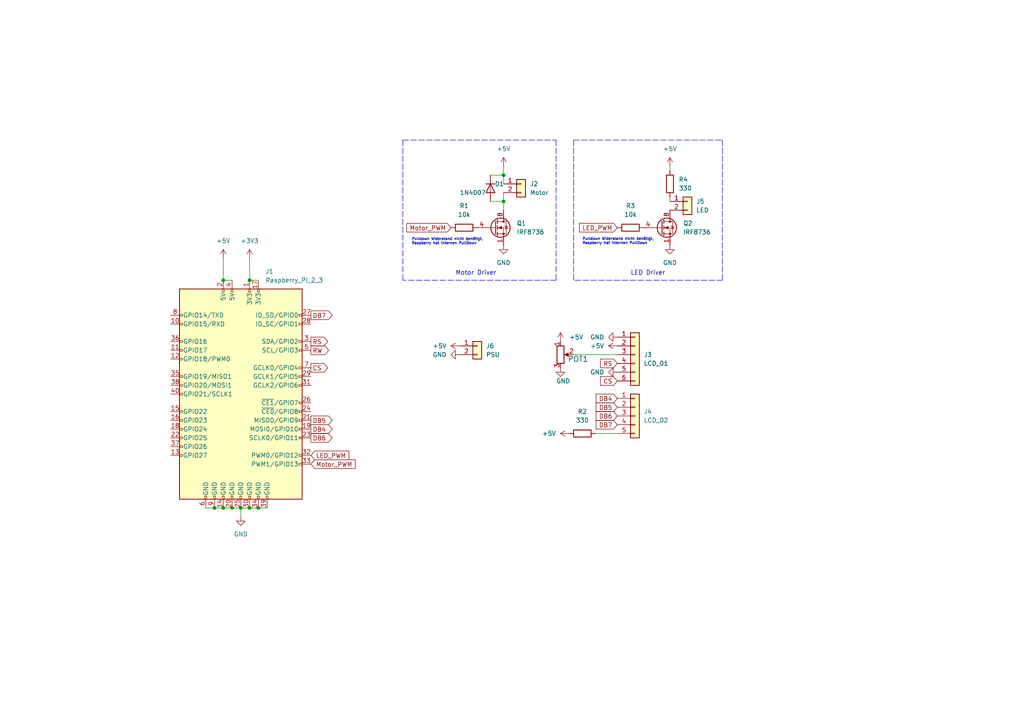
<source format=kicad_sch>
(kicad_sch (version 20211123) (generator eeschema)
  (paper "A4")
  (title_block (title "RaspiHAT Drehscheibe") (date "2023-03-07") (rev "1.0"))
  (lib_symbols
    (symbol "Connector:Raspberry_Pi_2_3" (pin_names (offset 1.016))
      (property "Reference" "J" (at -17.78 31.75 0))
      (property "Value" "Raspberry_Pi_2_3" (at 10.16 -31.75 0))
      (symbol "Raspberry_Pi_2_3_0_1"
        (rectangle (start -17.78 30.48) (end 17.78 -30.48) (stroke (width 0.254)) (fill (type background)))
      )
      (symbol "Raspberry_Pi_2_3_1_1"
        (rectangle (start -16.891 -17.526) (end -17.78 -18.034))
        (rectangle (start -16.891 -14.986) (end -17.78 -15.494))
        (rectangle (start -16.891 -12.446) (end -17.78 -12.954))
        (rectangle (start -16.891 -9.906) (end -17.78 -10.414))
        (rectangle (start -16.891 -7.366) (end -17.78 -7.874))
        (rectangle (start -16.891 -4.826) (end -17.78 -5.334))
        (rectangle (start -16.891 0.254) (end -17.78 -0.254))
        (rectangle (start -16.891 2.794) (end -17.78 2.286))
        (rectangle (start -16.891 5.334) (end -17.78 4.826))
        (rectangle (start -16.891 10.414) (end -17.78 9.906))
        (rectangle (start -16.891 12.954) (end -17.78 12.446))
        (rectangle (start -16.891 15.494) (end -17.78 14.986))
        (rectangle (start -16.891 20.574) (end -17.78 20.066))
        (rectangle (start -16.891 23.114) (end -17.78 22.606))
        (rectangle (start -10.414 -29.591) (end -9.906 -30.48))
        (rectangle (start -7.874 -29.591) (end -7.366 -30.48))
        (rectangle (start -5.334 -29.591) (end -4.826 -30.48))
        (rectangle (start -5.334 30.48) (end -4.826 29.591))
        (rectangle (start -2.794 -29.591) (end -2.286 -30.48))
        (rectangle (start -2.794 30.48) (end -2.286 29.591))
        (rectangle (start -0.254 -29.591) (end 0.254 -30.48))
        (rectangle (start 2.286 -29.591) (end 2.794 -30.48))
        (rectangle (start 2.286 30.48) (end 2.794 29.591))
        (rectangle (start 4.826 -29.591) (end 5.334 -30.48))
        (rectangle (start 4.826 30.48) (end 5.334 29.591))
        (rectangle (start 7.366 -29.591) (end 7.874 -30.48))
        (rectangle (start 17.78 -20.066) (end 16.891 -20.574))
        (rectangle (start 17.78 -17.526) (end 16.891 -18.034))
        (rectangle (start 17.78 -12.446) (end 16.891 -12.954))
        (rectangle (start 17.78 -9.906) (end 16.891 -10.414))
        (rectangle (start 17.78 -7.366) (end 16.891 -7.874))
        (rectangle (start 17.78 -4.826) (end 16.891 -5.334))
        (rectangle (start 17.78 -2.286) (end 16.891 -2.794))
        (rectangle (start 17.78 2.794) (end 16.891 2.286))
        (rectangle (start 17.78 5.334) (end 16.891 4.826))
        (rectangle (start 17.78 7.874) (end 16.891 7.366))
        (rectangle (start 17.78 12.954) (end 16.891 12.446))
        (rectangle (start 17.78 15.494) (end 16.891 14.986))
        (rectangle (start 17.78 20.574) (end 16.891 20.066))
        (rectangle (start 17.78 23.114) (end 16.891 22.606))
        (pin power_in line (at 2.54 33.02 270) (length 2.54) (name "3V3") (number "1"))
        (pin bidirectional line (at -20.32 20.32 0) (length 2.54) (name "GPIO15/RXD") (number "10"))
        (pin bidirectional line (at -20.32 12.7 0) (length 2.54) (name "GPIO17") (number "11"))
        (pin bidirectional line (at -20.32 10.16 0) (length 2.54) (name "GPIO18/PWM0") (number "12"))
        (pin bidirectional line (at -20.32 -17.78 0) (length 2.54) (name "GPIO27") (number "13"))
        (pin power_in line (at -5.08 -33.02 90) (length 2.54) (name "GND") (number "14"))
        (pin bidirectional line (at -20.32 -5.08 0) (length 2.54) (name "GPIO22") (number "15"))
        (pin bidirectional line (at -20.32 -7.62 0) (length 2.54) (name "GPIO23") (number "16"))
        (pin power_in line (at 5.08 33.02 270) (length 2.54) (name "3V3") (number "17"))
        (pin bidirectional line (at -20.32 -10.16 0) (length 2.54) (name "GPIO24") (number "18"))
        (pin bidirectional line (at 20.32 -10.16 180) (length 2.54) (name "MOSI0/GPIO10") (number "19"))
        (pin power_in line (at -5.08 33.02 270) (length 2.54) (name "5V") (number "2"))
        (pin power_in line (at -2.54 -33.02 90) (length 2.54) (name "GND") (number "20"))
        (pin bidirectional line (at 20.32 -7.62 180) (length 2.54) (name "MISO0/GPIO9") (number "21"))
        (pin bidirectional line (at -20.32 -12.7 0) (length 2.54) (name "GPIO25") (number "22"))
        (pin bidirectional line (at 20.32 -12.7 180) (length 2.54) (name "SCLK0/GPIO11") (number "23"))
        (pin bidirectional line (at 20.32 -5.08 180) (length 2.54) (name "~{CE0}/GPIO8") (number "24"))
        (pin power_in line (at 0 -33.02 90) (length 2.54) (name "GND") (number "25"))
        (pin bidirectional line (at 20.32 -2.54 180) (length 2.54) (name "~{CE1}/GPIO7") (number "26"))
        (pin bidirectional line (at 20.32 22.86 180) (length 2.54) (name "ID_SD/GPIO0") (number "27"))
        (pin bidirectional line (at 20.32 20.32 180) (length 2.54) (name "ID_SC/GPIO1") (number "28"))
        (pin bidirectional line (at 20.32 5.08 180) (length 2.54) (name "GCLK1/GPIO5") (number "29"))
        (pin bidirectional line (at 20.32 15.24 180) (length 2.54) (name "SDA/GPIO2") (number "3"))
        (pin power_in line (at 2.54 -33.02 90) (length 2.54) (name "GND") (number "30"))
        (pin bidirectional line (at 20.32 2.54 180) (length 2.54) (name "GCLK2/GPIO6") (number "31"))
        (pin bidirectional line (at 20.32 -17.78 180) (length 2.54) (name "PWM0/GPIO12") (number "32"))
        (pin bidirectional line (at 20.32 -20.32 180) (length 2.54) (name "PWM1/GPIO13") (number "33"))
        (pin power_in line (at 5.08 -33.02 90) (length 2.54) (name "GND") (number "34"))
        (pin bidirectional line (at -20.32 5.08 0) (length 2.54) (name "GPIO19/MISO1") (number "35"))
        (pin bidirectional line (at -20.32 15.24 0) (length 2.54) (name "GPIO16") (number "36"))
        (pin bidirectional line (at -20.32 -15.24 0) (length 2.54) (name "GPIO26") (number "37"))
        (pin bidirectional line (at -20.32 2.54 0) (length 2.54) (name "GPIO20/MOSI1") (number "38"))
        (pin power_in line (at 7.62 -33.02 90) (length 2.54) (name "GND") (number "39"))
        (pin power_in line (at -2.54 33.02 270) (length 2.54) (name "5V") (number "4"))
        (pin bidirectional line (at -20.32 0 0) (length 2.54) (name "GPIO21/SCLK1") (number "40"))
        (pin bidirectional line (at 20.32 12.7 180) (length 2.54) (name "SCL/GPIO3") (number "5"))
        (pin power_in line (at -10.16 -33.02 90) (length 2.54) (name "GND") (number "6"))
        (pin bidirectional line (at 20.32 7.62 180) (length 2.54) (name "GCLK0/GPIO4") (number "7"))
        (pin bidirectional line (at -20.32 22.86 0) (length 2.54) (name "GPIO14/TXD") (number "8"))
        (pin power_in line (at -7.62 -33.02 90) (length 2.54) (name "GND") (number "9"))
      )
    )
    (symbol "Connector_Generic:Conn_01x02" (pin_names (offset 1.016) hide)
      (property "Reference" "J" (at 0 2.54 0))
      (property "Value" "Conn_01x02" (at 0 -5.08 0))
      (symbol "Conn_01x02_1_1"
        (rectangle (start -1.27 -2.413) (end 0 -2.667) (stroke (width 0.1524)))
        (rectangle (start -1.27 0.127) (end 0 -0.127) (stroke (width 0.1524)))
        (rectangle (start -1.27 1.27) (end 1.27 -3.81) (stroke (width 0.254)) (fill (type background)))
        (pin passive line (at -5.08 0 0) (length 3.81) (name "Pin_1") (number "1"))
        (pin passive line (at -5.08 -2.54 0) (length 3.81) (name "Pin_2") (number "2"))
      )
    )
    (symbol "Connector_Generic:Conn_01x05" (pin_names (offset 1.016) hide)
      (property "Reference" "J" (at 0 7.62 0))
      (property "Value" "Conn_01x05" (at 0 -7.62 0))
      (symbol "Conn_01x05_1_1"
        (rectangle (start -1.27 -4.953) (end 0 -5.207) (stroke (width 0.1524)))
        (rectangle (start -1.27 -2.413) (end 0 -2.667) (stroke (width 0.1524)))
        (rectangle (start -1.27 0.127) (end 0 -0.127) (stroke (width 0.1524)))
        (rectangle (start -1.27 2.667) (end 0 2.413) (stroke (width 0.1524)))
        (rectangle (start -1.27 5.207) (end 0 4.953) (stroke (width 0.1524)))
        (rectangle (start -1.27 6.35) (end 1.27 -6.35) (stroke (width 0.254)) (fill (type background)))
        (pin passive line (at -5.08 5.08 0) (length 3.81) (name "Pin_1") (number "1"))
        (pin passive line (at -5.08 2.54 0) (length 3.81) (name "Pin_2") (number "2"))
        (pin passive line (at -5.08 0 0) (length 3.81) (name "Pin_3") (number "3"))
        (pin passive line (at -5.08 -2.54 0) (length 3.81) (name "Pin_4") (number "4"))
        (pin passive line (at -5.08 -5.08 0) (length 3.81) (name "Pin_5") (number "5"))
      )
    )
    (symbol "Connector_Generic:Conn_01x06" (pin_names (offset 1.016) hide)
      (property "Reference" "J" (at 0 7.62 0))
      (property "Value" "Conn_01x06" (at 0 -10.16 0))
      (symbol "Conn_01x06_1_1"
        (rectangle (start -1.27 -7.493) (end 0 -7.747) (stroke (width 0.1524)))
        (rectangle (start -1.27 -4.953) (end 0 -5.207) (stroke (width 0.1524)))
        (rectangle (start -1.27 -2.413) (end 0 -2.667) (stroke (width 0.1524)))
        (rectangle (start -1.27 0.127) (end 0 -0.127) (stroke (width 0.1524)))
        (rectangle (start -1.27 2.667) (end 0 2.413) (stroke (width 0.1524)))
        (rectangle (start -1.27 5.207) (end 0 4.953) (stroke (width 0.1524)))
        (rectangle (start -1.27 6.35) (end 1.27 -8.89) (stroke (width 0.254)) (fill (type background)))
        (pin passive line (at -5.08 5.08 0) (length 3.81) (name "Pin_1") (number "1"))
        (pin passive line (at -5.08 2.54 0) (length 3.81) (name "Pin_2") (number "2"))
        (pin passive line (at -5.08 0 0) (length 3.81) (name "Pin_3") (number "3"))
        (pin passive line (at -5.08 -2.54 0) (length 3.81) (name "Pin_4") (number "4"))
        (pin passive line (at -5.08 -5.08 0) (length 3.81) (name "Pin_5") (number "5"))
        (pin passive line (at -5.08 -7.62 0) (length 3.81) (name "Pin_6") (number "6"))
      )
    )
    (symbol "Device:R" (pin_numbers hide) (pin_names (offset 0))
      (property "Reference" "R" (at 2.032 0 90))
      (property "Value" "R" (at 0 0 90))
      (symbol "R_0_1"
        (rectangle (start -1.016 -2.54) (end 1.016 2.54) (stroke (width 0.254)))
      )
      (symbol "R_1_1"
        (pin passive line (at 0 3.81 270) (length 1.27) (name "~") (number "1"))
        (pin passive line (at 0 -3.81 90) (length 1.27) (name "~") (number "2"))
      )
    )
    (symbol "Device:R_Potentiometer" (pin_names (offset 1.016) hide)
      (property "Reference" "RV" (at -4.445 0 90))
      (property "Value" "R_Potentiometer" (at -2.54 0 90))
      (symbol "R_Potentiometer_0_1"
        (polyline (pts (xy 2.54 0) (xy 1.524 0)))
        (polyline (pts (xy 1.143 0) (xy 2.286 0.508) (xy 2.286 -0.508) (xy 1.143 0)) (fill (type outline)))
        (rectangle (start 1.016 2.54) (end -1.016 -2.54) (stroke (width 0.254)))
      )
      (symbol "R_Potentiometer_1_1"
        (pin passive line (at 0 3.81 270) (length 1.27) (name "1") (number "1"))
        (pin passive line (at 3.81 0 180) (length 1.27) (name "2") (number "2"))
        (pin passive line (at 0 -3.81 90) (length 1.27) (name "3") (number "3"))
      )
    )
    (symbol "Diode:1N4007" (pin_numbers hide) (pin_names (offset 1.016) hide)
      (property "Reference" "D" (at 0 2.54 0))
      (property "Value" "1N4007" (at 0 -2.54 0))
      (symbol "1N4007_0_1"
        (polyline (pts (xy -1.27 1.27) (xy -1.27 -1.27)) (stroke (width 0.254)))
        (polyline (pts (xy 1.27 0) (xy -1.27 0)))
        (polyline (pts (xy 1.27 1.27) (xy 1.27 -1.27) (xy -1.27 0) (xy 1.27 1.27)) (stroke (width 0.254)))
      )
      (symbol "1N4007_1_1"
        (pin passive line (at -3.81 0 0) (length 2.54) (name "K") (number "1"))
        (pin passive line (at 3.81 0 180) (length 2.54) (name "A") (number "2"))
      )
    )
    (symbol "Transistor_FET:IRF7403" (pin_names hide)
      (property "Reference" "Q" (at 5.08 2.54 0))
      (property "Value" "IRF7403" (at 5.08 0 0))
      (symbol "IRF7403_0_1"
        (polyline (pts (xy 0.254 0) (xy -2.54 0)))
        (polyline (pts (xy 0.254 1.905) (xy 0.254 -1.905)) (stroke (width 0.254)))
        (polyline (pts (xy 0.762 -1.27) (xy 0.762 -2.286)) (stroke (width 0.254)))
        (polyline (pts (xy 0.762 0.508) (xy 0.762 -0.508)) (stroke (width 0.254)))
        (polyline (pts (xy 0.762 2.286) (xy 0.762 1.27)) (stroke (width 0.254)))
        (polyline (pts (xy 2.54 2.54) (xy 2.54 1.778)))
        (polyline (pts (xy 2.54 -2.54) (xy 2.54 0) (xy 0.762 0)))
        (polyline (pts (xy 0.762 -1.778) (xy 3.302 -1.778) (xy 3.302 1.778) (xy 0.762 1.778)))
        (polyline (pts (xy 1.016 0) (xy 2.032 0.381) (xy 2.032 -0.381) (xy 1.016 0)) (fill (type outline)))
        (polyline (pts (xy 2.794 0.508) (xy 2.921 0.381) (xy 3.683 0.381) (xy 3.81 0.254)))
        (polyline (pts (xy 3.302 0.381) (xy 2.921 -0.254) (xy 3.683 -0.254) (xy 3.302 0.381)))
        (circle (center 1.651 0) (radius 2.794) (stroke (width 0.254)))
        (circle (center 2.54 -1.778) (radius 0.254) (fill (type outline)))
        (circle (center 2.54 1.778) (radius 0.254) (fill (type outline)))
      )
      (symbol "IRF7403_1_1"
        (pin passive line (at 2.54 -5.08 90) (length 2.54) (name "S") (number "1"))
        (pin passive line (at 2.54 -5.08 90) (length 2.54) hide (name "S") (number "2"))
        (pin passive line (at 2.54 -5.08 90) (length 2.54) hide (name "S") (number "3"))
        (pin input line (at -5.08 0 0) (length 2.54) (name "G") (number "4"))
        (pin passive line (at 2.54 5.08 270) (length 2.54) hide (name "D") (number "5"))
        (pin passive line (at 2.54 5.08 270) (length 2.54) hide (name "D") (number "6"))
        (pin passive line (at 2.54 5.08 270) (length 2.54) hide (name "D") (number "7"))
        (pin passive line (at 2.54 5.08 270) (length 2.54) (name "D") (number "8"))
      )
    )
    (symbol "power:+3.3V" (power) (pin_names (offset 0))
      (property "Value" "+3.3V" (at 0 3.556 0))
      (symbol "+3.3V_0_1"
        (polyline (pts (xy -0.762 1.27) (xy 0 2.54)))
        (polyline (pts (xy 0 0) (xy 0 2.54)))
        (polyline (pts (xy 0 2.54) (xy 0.762 1.27)))
      )
      (symbol "+3.3V_1_1"
        (pin power_in line (at 0 0 90) (length 0) hide (name "+3V3") (number "1"))
      )
    )
    (symbol "power:+5V" (power) (pin_names (offset 0))
      (property "Value" "+5V" (at 0 3.556 0))
      (symbol "+5V_0_1"
        (polyline (pts (xy -0.762 1.27) (xy 0 2.54)))
        (polyline (pts (xy 0 0) (xy 0 2.54)))
        (polyline (pts (xy 0 2.54) (xy 0.762 1.27)))
      )
      (symbol "+5V_1_1"
        (pin power_in line (at 0 0 90) (length 0) hide (name "+5V") (number "1"))
      )
    )
    (symbol "power:GND" (power) (pin_names (offset 0))
      (property "Value" "GND" (at 0 -3.81 0))
      (symbol "GND_0_1"
        (polyline (pts (xy 0 0) (xy 0 -1.27) (xy 1.27 -1.27) (xy 0 -2.54) (xy -1.27 -1.27) (xy 0 -1.27)))
      )
      (symbol "GND_1_1"
        (pin power_in line (at 0 0 270) (length 0) hide (name "GND") (number "1"))
      )
    )
  )
  (junction (at 67.31 147.32))
  (junction (at 146.05 58.42))
  (junction (at 72.39 147.32))
  (junction (at 62.23 147.32))
  (junction (at 69.85 147.32))
  (junction (at 64.77 147.32))
  (junction (at 146.05 50.8))
  (junction (at 74.93 147.32))
  (junction (at 64.77 81.28))
  (junction (at 72.39 81.28))
  (polyline (pts (xy 116.84 40.64) (xy 116.84 81.28)))
  (wire (pts (xy 72.39 81.28) (xy 74.93 81.28)))
  (polyline (pts (xy 209.55 81.28) (xy 166.37 81.28)))
  (polyline (pts (xy 161.29 40.64) (xy 161.29 81.28)))
  (wire (pts (xy 72.39 147.32) (xy 74.93 147.32)))
  (wire (pts (xy 194.31 49.53) (xy 194.31 48.26)))
  (wire (pts (xy 146.05 58.42) (xy 146.05 60.96)))
  (wire (pts (xy 74.93 147.32) (xy 77.47 147.32)))
  (wire (pts (xy 146.05 55.88) (xy 146.05 58.42)))
  (wire (pts (xy 166.37 102.87) (xy 179.07 102.87)))
  (wire (pts (xy 62.23 147.32) (xy 64.77 147.32)))
  (polyline (pts (xy 116.84 40.64) (xy 161.29 40.64)))
  (polyline (pts (xy 161.29 81.28) (xy 116.84 81.28)))
  (wire (pts (xy 64.77 147.32) (xy 67.31 147.32)))
  (wire (pts (xy 69.85 149.86) (xy 69.85 147.32)))
  (polyline (pts (xy 209.55 40.64) (xy 209.55 81.28)))
  (wire (pts (xy 69.85 147.32) (xy 72.39 147.32)))
  (wire (pts (xy 59.69 147.32) (xy 62.23 147.32)))
  (wire (pts (xy 146.05 48.26) (xy 146.05 50.8)))
  (wire (pts (xy 67.31 147.32) (xy 69.85 147.32)))
  (wire (pts (xy 142.24 58.42) (xy 146.05 58.42)))
  (wire (pts (xy 72.39 74.93) (xy 72.39 81.28)))
  (polyline (pts (xy 166.37 40.64) (xy 209.55 40.64)))
  (wire (pts (xy 142.24 50.8) (xy 146.05 50.8)))
  (polyline (pts (xy 166.37 40.64) (xy 166.37 81.28)))
  (wire (pts (xy 64.77 81.28) (xy 67.31 81.28)))
  (wire (pts (xy 64.77 74.93) (xy 64.77 81.28)))
  (wire (pts (xy 194.31 57.15) (xy 194.31 58.42)))
  (wire (pts (xy 172.72 125.73) (xy 179.07 125.73)))
  (wire (pts (xy 146.05 50.8) (xy 146.05 53.34)))
  (text "LED Driver" (at 182.88 80.01 0) (effects (font (size 1.27 1.27)) (justify left bottom)))
  (text "Pulldown Widerstand nicht benötigt,\nRaspberry hat internen PullDown" (at 168.91 71.0779 0) (effects (font (size 0.75 0.75)) (justify left bottom)))
  (text "Pulldown Widerstand nicht benötigt,\nRaspberry hat internen PullDown" (at 119.38 71.12 0) (effects (font (size 0.75 0.75)) (justify left bottom)))
  (text "Motor Driver" (at 132.08 80.01 0) (effects (font (size 1.27 1.27)) (justify left bottom)))
  (global_label "DB5" (shape output) (at 90.17 121.92 0) (property "Intersheet References" "${INTERSHEET_REFS}" (effects hide)))
  (global_label "RS" (shape output) (at 90.17 99.06 0) (property "Intersheet References" "${INTERSHEET_REFS}" (effects hide)))
  (global_label "RS" (shape input) (at 179.07 105.41 180) (property "Intersheet References" "${INTERSHEET_REFS}" (effects hide)))
  (global_label "DB4" (shape input) (at 179.07 115.57 180) (property "Intersheet References" "${INTERSHEET_REFS}" (effects hide)))
  (global_label "DB7" (shape input) (at 179.07 123.19 180) (property "Intersheet References" "${INTERSHEET_REFS}" (effects hide)))
  (global_label "DB5" (shape input) (at 179.07 118.11 180) (property "Intersheet References" "${INTERSHEET_REFS}" (effects hide)))
  (global_label "Motor_PWM" (shape input) (at 130.81 66.04 180) (property "Intersheet References" "${INTERSHEET_REFS}" (effects hide)))
  (global_label "LED_PWM" (shape input) (at 179.07 66.04 180) (property "Intersheet References" "${INTERSHEET_REFS}" (effects hide)))
  (global_label "Motor_PWM" (shape input) (at 90.17 134.62 0) (property "Intersheet References" "${INTERSHEET_REFS}" (effects hide)))
  (global_label "DB6" (shape output) (at 90.17 127 0) (property "Intersheet References" "${INTERSHEET_REFS}" (effects hide)))
  (global_label "DB4" (shape output) (at 90.17 124.46 0) (property "Intersheet References" "${INTERSHEET_REFS}" (effects hide)))
  (global_label "RW" (shape output) (at 90.17 101.6 0) (property "Intersheet References" "${INTERSHEET_REFS}" (effects hide)))
  (global_label "DB6" (shape input) (at 179.07 120.65 180) (property "Intersheet References" "${INTERSHEET_REFS}" (effects hide)))
  (global_label "CS" (shape output) (at 90.17 106.68 0) (property "Intersheet References" "${INTERSHEET_REFS}" (effects hide)))
  (global_label "DB7" (shape output) (at 90.17 91.44 0) (property "Intersheet References" "${INTERSHEET_REFS}" (effects hide)))
  (global_label "CS" (shape input) (at 179.07 110.49 180) (property "Intersheet References" "${INTERSHEET_REFS}" (effects hide)))
  (global_label "LED_PWM" (shape input) (at 90.17 132.08 0) (property "Intersheet References" "${INTERSHEET_REFS}" (effects hide)))
  (symbol (lib_id "Diode:1N4007") (at 142.24 54.61 270) (unit 1)
    (property "Reference" "D1" (at 143.51 53.34 90) (effects (justify left)))
    (property "Value" "1N4007" (at 133.35 55.88 90) (effects (justify left)))
    (property "Footprint" "Diode_SMD:D_MicroMELF_Handsoldering" (effects hide))
    (property "Datasheet" "http://www.vishay.com/docs/88503/1n4001.pdf" (effects hide))
  )
  (symbol (lib_id "power:+5V") (at 146.05 48.26 0) (unit 1)
    (property "Reference" "#PWR0105" (effects hide))
    (property "Value" "+5V" (at 146.05 43.18 0))
  )
  (symbol (lib_id "Device:R") (at 182.88 66.04 90) (unit 1)
    (property "Reference" "R3" (at 182.88 59.69 90))
    (property "Value" "10k" (at 182.88 62.23 90))
    (property "Footprint" "Resistor_SMD:R_1210_3225Metric" (effects hide))
  )
  (symbol (lib_id "Transistor_FET:IRF7403") (at 143.51 66.04 0) (unit 1)
    (property "Reference" "Q1" (at 149.86 64.7699 0) (effects (justify left)))
    (property "Value" "IRF8736" (at 149.86 67.3099 0) (effects (justify left)))
    (property "Footprint" "Package_SO:SO-8_3.9x4.9mm_P1.27mm" (effects hide))
    (property "Datasheet" "https://www.mouser.at/datasheet/2/196/Infineon_IRF8736_DataSheet_v01_01_EN-1732501.pdf" (effects hide))
  )
  (symbol (lib_id "power:+5V") (at 133.35 100.33 90) (unit 1)
    (property "Reference" "#PWR0115" (effects hide))
    (property "Value" "+5V" (at 129.54 100.3299 90) (effects (justify left)))
  )
  (symbol (lib_id "power:+5V") (at 64.77 74.93 0) (unit 1)
    (property "Reference" "#PWR0102" (effects hide))
    (property "Value" "+5V" (at 64.77 69.85 0))
  )
  (symbol (lib_id "power:GND") (at 133.35 102.87 270) (unit 1)
    (property "Reference" "#PWR0114" (effects hide))
    (property "Value" "GND" (at 129.54 102.8699 90) (effects (justify right)))
  )
  (symbol (lib_id "power:GND") (at 146.05 71.12 0) (unit 1)
    (property "Reference" "#PWR0104" (effects hide))
    (property "Value" "GND" (at 146.05 76.2 0))
  )
  (symbol (lib_id "power:+5V") (at 162.56 99.06 0) (unit 1)
    (property "Reference" "#PWR0110" (effects hide))
    (property "Value" "+5V" (at 165.1 97.7899 0) (effects (justify left)))
  )
  (symbol (lib_id "Transistor_FET:IRF7403") (at 191.77 66.04 0) (unit 1)
    (property "Reference" "Q2" (at 198.12 64.7699 0) (effects (justify left)))
    (property "Value" "IRF8736" (at 198.12 67.3099 0) (effects (justify left)))
    (property "Footprint" "Package_SO:SO-8_3.9x4.9mm_P1.27mm" (effects hide))
    (property "Datasheet" "https://www.mouser.at/datasheet/2/196/Infineon_IRF8736_DataSheet_v01_01_EN-1732501.pdf" (effects hide))
  )
  (symbol (lib_id "power:+5V") (at 165.1 125.73 90) (unit 1)
    (property "Reference" "#PWR0111" (effects hide))
    (property "Value" "+5V" (at 161.29 125.7299 90) (effects (justify left)))
  )
  (symbol (lib_id "power:+5V") (at 179.07 100.33 90) (unit 1)
    (property "Reference" "#PWR0106" (effects hide))
    (property "Value" "+5V" (at 175.26 100.3299 90) (effects (justify left)))
  )
  (symbol (lib_id "Connector_Generic:Conn_01x06") (at 184.15 102.87 0) (unit 1)
    (property "Reference" "J3" (at 186.69 102.8699 0) (effects (justify left)))
    (property "Value" "LCD_01" (at 186.69 105.4099 0) (effects (justify left)))
    (property "Footprint" "Connector_PinHeader_2.54mm:PinHeader_1x06_P2.54mm_Vertical" (effects hide))
  )
  (symbol (lib_id "power:+5V") (at 194.31 48.26 0) (unit 1)
    (property "Reference" "#PWR0113" (effects hide))
    (property "Value" "+5V" (at 194.31 43.18 0))
  )
  (symbol (lib_id "power:+3.3V") (at 72.39 74.93 0) (unit 1)
    (property "Reference" "#PWR0101" (effects hide))
    (property "Value" "+3.3V" (at 72.39 69.85 0))
  )
  (symbol (lib_id "power:GND") (at 162.56 106.68 0) (unit 1)
    (property "Reference" "#PWR0112" (effects hide))
    (property "Value" "GND" (at 161.29 110.49 0) (effects (justify left)))
  )
  (symbol (lib_id "power:GND") (at 179.07 97.79 270) (unit 1)
    (property "Reference" "#PWR0107" (effects hide))
    (property "Value" "GND" (at 175.26 97.7899 90) (effects (justify right)))
  )
  (symbol (lib_id "power:GND") (at 194.31 71.12 0) (unit 1)
    (property "Reference" "#PWR0108" (effects hide))
    (property "Value" "GND" (at 194.31 76.2 0))
  )
  (symbol (lib_id "power:GND") (at 69.85 149.86 0) (unit 1)
    (property "Reference" "#PWR0103" (effects hide))
    (property "Value" "GND" (at 69.85 154.94 0))
  )
  (symbol (lib_id "Connector_Generic:Conn_01x02") (at 151.13 53.34 0) (unit 1)
    (property "Reference" "J2" (at 153.67 53.3399 0) (effects (justify left)))
    (property "Value" "Motor" (at 153.67 55.8799 0) (effects (justify left)))
    (property "Footprint" "Connector_PinHeader_2.54mm:PinHeader_1x02_P2.54mm_Vertical" (effects hide))
  )
  (symbol (lib_id "power:GND") (at 179.07 107.95 270) (unit 1)
    (property "Reference" "#PWR0109" (effects hide))
    (property "Value" "GND" (at 175.26 107.9499 90) (effects (justify right)))
  )
  (symbol (lib_id "Device:R") (at 134.62 66.04 90) (unit 1)
    (property "Reference" "R1" (at 134.62 59.69 90))
    (property "Value" "10k" (at 134.62 62.23 90))
    (property "Footprint" "Resistor_SMD:R_1210_3225Metric" (effects hide))
  )
  (symbol (lib_id "Device:R") (at 168.91 125.73 90) (unit 1)
    (property "Reference" "R2" (at 168.91 119.38 90))
    (property "Value" "330" (at 168.91 121.92 90))
    (property "Footprint" "Resistor_SMD:R_1210_3225Metric" (effects hide))
  )
  (symbol (lib_id "Device:R") (at 194.31 53.34 180) (unit 1)
    (property "Reference" "R4" (at 196.85 52.0699 0) (effects (justify right)))
    (property "Value" "330" (at 196.85 54.6099 0) (effects (justify right)))
    (property "Footprint" "Resistor_SMD:R_1210_3225Metric" (effects hide))
  )
  (symbol (lib_id "Connector_Generic:Conn_01x02") (at 138.43 100.33 0) (unit 1)
    (property "Reference" "J6" (at 140.97 100.3299 0) (effects (justify left)))
    (property "Value" "PSU" (at 140.97 102.87 0) (effects (justify left)))
    (property "Footprint" "Connector_PinHeader_2.54mm:PinHeader_1x02_P2.54mm_Vertical" (effects hide))
  )
  (symbol (lib_id "Connector_Generic:Conn_01x02") (at 199.39 58.42 0) (unit 1)
    (property "Reference" "J5" (at 201.93 58.4199 0) (effects (justify left)))
    (property "Value" "LED" (at 201.93 60.9599 0) (effects (justify left)))
    (property "Footprint" "Connector_PinHeader_2.54mm:PinHeader_1x02_P2.54mm_Vertical" (effects hide))
  )
  (symbol (lib_id "Connector_Generic:Conn_01x05") (at 184.15 120.65 0) (unit 1)
    (property "Reference" "J4" (at 186.69 119.3799 0) (effects (justify left)))
    (property "Value" "LCD_02" (at 186.69 121.9199 0) (effects (justify left)))
    (property "Footprint" "Connector_PinHeader_2.54mm:PinHeader_1x05_P2.54mm_Vertical" (effects hide))
  )
  (symbol (lib_id "Device:R_Potentiometer") (at 162.56 102.87 0) (unit 1)
    (property "Reference" "POT1" (at 167.64 104.14 0) (effects (font (size 1.524 1.524))))
    (property "Value" "10k" (effects hide))
    (property "Footprint" "digikey-footprints:Trimpot_3.8mmx3.6mm_TC33X-2-103E" (effects hide))
    (property "Digi-Key_PN" "TC33X-103ETR-ND" (effects hide))
    (property "MPN" "TC33X-2-103E" (effects hide))
    (property "Category" "Potentiometers, Variable Resistors" (effects hide))
    (property "Family" "Trimmer Potentiometers" (effects hide))
    (property "DK_Datasheet_Link" "https://www.bourns.com/docs/Product-Datasheets/TC33.pdf" (effects hide))
    (property "DK_Detail_Page" "/product-detail/en/bourns-inc/TC33X-2-103E/TC33X-103ETR-ND/612858" (effects hide))
    (property "Description" "TRIMMER 10K OHM 0.1W J LEAD TOP" (effects hide))
    (property "Manufacturer" "Bourns Inc." (effects hide))
    (property "Status" "Active" (effects hide))
  )
  (symbol (lib_id "Connector:Raspberry_Pi_2_3") (at 69.85 114.3 0) (unit 1)
    (property "Reference" "J1" (at 76.9494 78.74 0) (effects (justify left)))
    (property "Value" "Raspberry_Pi_2_3" (at 76.9494 81.28 0) (effects (justify left)))
    (property "Footprint" "Connector_PinSocket_2.54mm:PinSocket_2x20_P2.54mm_Vertical" (effects hide))
    (property "Datasheet" "https://www.raspberrypi.org/documentation/hardware/raspberrypi/schematics/rpi_SCH_3bplus_1p0_reduced.pdf" (effects hide))
  )
)
</source>
